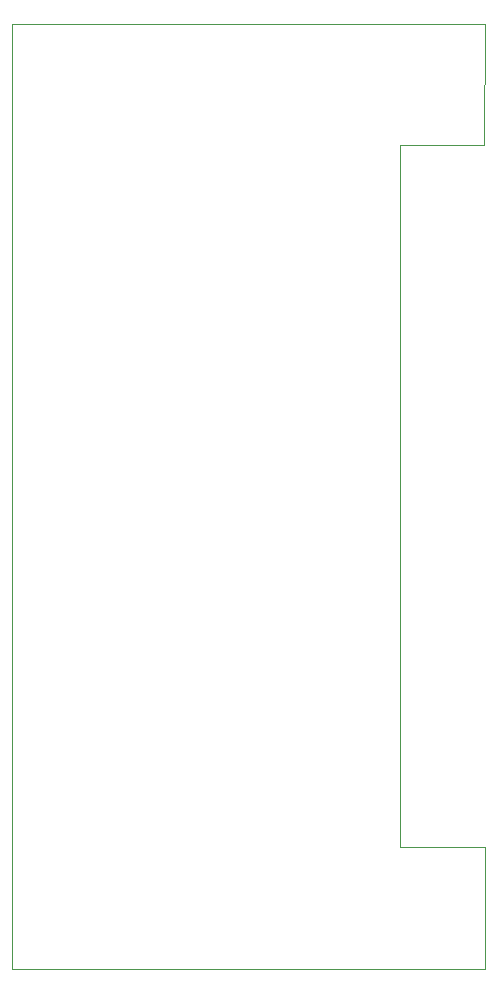
<source format=gm1>
G04 #@! TF.GenerationSoftware,KiCad,Pcbnew,8.0.2*
G04 #@! TF.CreationDate,2024-05-15T20:43:00+02:00*
G04 #@! TF.ProjectId,splitflappcb,73706c69-7466-46c6-9170-7063622e6b69,rev?*
G04 #@! TF.SameCoordinates,Original*
G04 #@! TF.FileFunction,Profile,NP*
%FSLAX46Y46*%
G04 Gerber Fmt 4.6, Leading zero omitted, Abs format (unit mm)*
G04 Created by KiCad (PCBNEW 8.0.2) date 2024-05-15 20:43:00*
%MOMM*%
%LPD*%
G01*
G04 APERTURE LIST*
G04 #@! TA.AperFunction,Profile*
%ADD10C,0.100000*%
G04 #@! TD*
G04 APERTURE END LIST*
D10*
X67000000Y-47000000D02*
X107000000Y-47000000D01*
X106960000Y-57280000D02*
X99820000Y-57280000D01*
X99820000Y-57280000D02*
X99780000Y-116720000D01*
X107000000Y-127000000D02*
X67000000Y-127000000D01*
X67000000Y-127000000D02*
X67000000Y-47000000D01*
X107010000Y-116720000D02*
X107000000Y-127000000D01*
X99780000Y-116720000D02*
X107010000Y-116720000D01*
X106960000Y-57280000D02*
X107000000Y-47000000D01*
M02*

</source>
